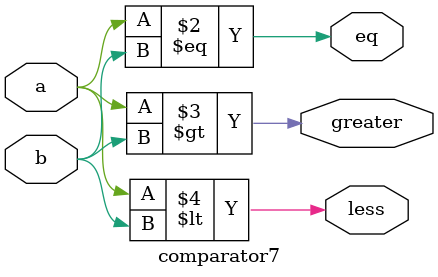
<source format=v>
module comparator7 (
    input a,
    input b,
    output reg eq,
    output reg greater,
    output reg less
);

    always @(*) begin
        eq = (a == b);
        greater = (a > b);
        less = (a < b);
    end

endmodule
</source>
